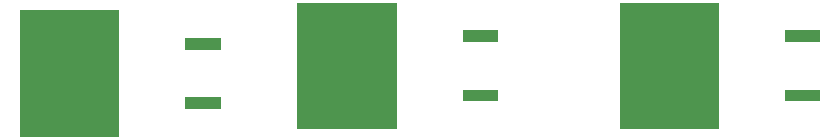
<source format=gtp>
G04 MADE WITH FRITZING*
G04 WWW.FRITZING.ORG*
G04 DOUBLE SIDED*
G04 HOLES PLATED*
G04 CONTOUR ON CENTER OF CONTOUR VECTOR*
%ASAXBY*%
%FSLAX23Y23*%
%MOIN*%
%OFA0B0*%
%SFA1.0B1.0*%
%ADD10R,0.001000X0.001000*%
%LNPASTEMASK1*%
G90*
G70*
G54D10*
X1009Y1085D02*
X1339Y1085D01*
X2084Y1085D02*
X2414Y1085D01*
X1009Y1084D02*
X1339Y1084D01*
X2084Y1084D02*
X2414Y1084D01*
X1009Y1083D02*
X1339Y1083D01*
X2084Y1083D02*
X2414Y1083D01*
X1009Y1082D02*
X1339Y1082D01*
X2084Y1082D02*
X2414Y1082D01*
X1009Y1081D02*
X1339Y1081D01*
X2084Y1081D02*
X2414Y1081D01*
X1009Y1080D02*
X1339Y1080D01*
X2084Y1080D02*
X2414Y1080D01*
X1009Y1079D02*
X1339Y1079D01*
X2084Y1079D02*
X2414Y1079D01*
X1009Y1078D02*
X1339Y1078D01*
X2084Y1078D02*
X2414Y1078D01*
X1009Y1077D02*
X1339Y1077D01*
X2084Y1077D02*
X2414Y1077D01*
X1009Y1076D02*
X1339Y1076D01*
X2084Y1076D02*
X2414Y1076D01*
X1009Y1075D02*
X1339Y1075D01*
X2084Y1075D02*
X2414Y1075D01*
X1009Y1074D02*
X1339Y1074D01*
X2084Y1074D02*
X2414Y1074D01*
X1009Y1073D02*
X1339Y1073D01*
X2084Y1073D02*
X2414Y1073D01*
X1009Y1072D02*
X1339Y1072D01*
X2084Y1072D02*
X2414Y1072D01*
X1009Y1071D02*
X1339Y1071D01*
X2084Y1071D02*
X2414Y1071D01*
X1009Y1070D02*
X1339Y1070D01*
X2084Y1070D02*
X2414Y1070D01*
X1009Y1069D02*
X1339Y1069D01*
X2084Y1069D02*
X2414Y1069D01*
X1009Y1068D02*
X1339Y1068D01*
X2084Y1068D02*
X2414Y1068D01*
X1009Y1067D02*
X1339Y1067D01*
X2084Y1067D02*
X2414Y1067D01*
X1009Y1066D02*
X1339Y1066D01*
X2084Y1066D02*
X2414Y1066D01*
X1009Y1065D02*
X1339Y1065D01*
X2084Y1065D02*
X2414Y1065D01*
X1009Y1064D02*
X1339Y1064D01*
X2084Y1064D02*
X2414Y1064D01*
X1009Y1063D02*
X1339Y1063D01*
X2084Y1063D02*
X2414Y1063D01*
X1009Y1062D02*
X1339Y1062D01*
X2084Y1062D02*
X2414Y1062D01*
X1009Y1061D02*
X1339Y1061D01*
X2084Y1061D02*
X2414Y1061D01*
X85Y1060D02*
X414Y1060D01*
X1009Y1060D02*
X1339Y1060D01*
X2084Y1060D02*
X2414Y1060D01*
X85Y1059D02*
X414Y1059D01*
X1009Y1059D02*
X1339Y1059D01*
X2084Y1059D02*
X2414Y1059D01*
X85Y1058D02*
X414Y1058D01*
X1009Y1058D02*
X1339Y1058D01*
X2084Y1058D02*
X2414Y1058D01*
X85Y1057D02*
X414Y1057D01*
X1009Y1057D02*
X1339Y1057D01*
X2084Y1057D02*
X2414Y1057D01*
X85Y1056D02*
X414Y1056D01*
X1009Y1056D02*
X1339Y1056D01*
X2084Y1056D02*
X2414Y1056D01*
X85Y1055D02*
X414Y1055D01*
X1009Y1055D02*
X1339Y1055D01*
X2084Y1055D02*
X2414Y1055D01*
X85Y1054D02*
X414Y1054D01*
X1009Y1054D02*
X1339Y1054D01*
X2084Y1054D02*
X2414Y1054D01*
X85Y1053D02*
X414Y1053D01*
X1009Y1053D02*
X1339Y1053D01*
X2084Y1053D02*
X2414Y1053D01*
X85Y1052D02*
X414Y1052D01*
X1009Y1052D02*
X1339Y1052D01*
X2084Y1052D02*
X2414Y1052D01*
X85Y1051D02*
X414Y1051D01*
X1009Y1051D02*
X1339Y1051D01*
X2084Y1051D02*
X2414Y1051D01*
X85Y1050D02*
X414Y1050D01*
X1009Y1050D02*
X1339Y1050D01*
X2084Y1050D02*
X2414Y1050D01*
X85Y1049D02*
X414Y1049D01*
X1009Y1049D02*
X1339Y1049D01*
X2084Y1049D02*
X2414Y1049D01*
X85Y1048D02*
X414Y1048D01*
X1009Y1048D02*
X1339Y1048D01*
X2084Y1048D02*
X2414Y1048D01*
X85Y1047D02*
X414Y1047D01*
X1009Y1047D02*
X1339Y1047D01*
X2084Y1047D02*
X2414Y1047D01*
X85Y1046D02*
X414Y1046D01*
X1009Y1046D02*
X1339Y1046D01*
X2084Y1046D02*
X2414Y1046D01*
X85Y1045D02*
X414Y1045D01*
X1009Y1045D02*
X1339Y1045D01*
X2084Y1045D02*
X2414Y1045D01*
X85Y1044D02*
X414Y1044D01*
X1009Y1044D02*
X1339Y1044D01*
X2084Y1044D02*
X2414Y1044D01*
X85Y1043D02*
X414Y1043D01*
X1009Y1043D02*
X1339Y1043D01*
X2084Y1043D02*
X2414Y1043D01*
X85Y1042D02*
X414Y1042D01*
X1009Y1042D02*
X1339Y1042D01*
X2084Y1042D02*
X2414Y1042D01*
X85Y1041D02*
X414Y1041D01*
X1009Y1041D02*
X1339Y1041D01*
X2084Y1041D02*
X2414Y1041D01*
X85Y1040D02*
X414Y1040D01*
X1009Y1040D02*
X1339Y1040D01*
X2084Y1040D02*
X2414Y1040D01*
X85Y1039D02*
X414Y1039D01*
X1009Y1039D02*
X1339Y1039D01*
X2084Y1039D02*
X2414Y1039D01*
X85Y1038D02*
X414Y1038D01*
X1009Y1038D02*
X1339Y1038D01*
X2084Y1038D02*
X2414Y1038D01*
X85Y1037D02*
X414Y1037D01*
X1009Y1037D02*
X1339Y1037D01*
X2084Y1037D02*
X2414Y1037D01*
X85Y1036D02*
X414Y1036D01*
X1009Y1036D02*
X1339Y1036D01*
X2084Y1036D02*
X2414Y1036D01*
X85Y1035D02*
X414Y1035D01*
X1009Y1035D02*
X1339Y1035D01*
X2084Y1035D02*
X2414Y1035D01*
X85Y1034D02*
X414Y1034D01*
X1009Y1034D02*
X1339Y1034D01*
X2084Y1034D02*
X2414Y1034D01*
X85Y1033D02*
X414Y1033D01*
X1009Y1033D02*
X1339Y1033D01*
X2084Y1033D02*
X2414Y1033D01*
X85Y1032D02*
X414Y1032D01*
X1009Y1032D02*
X1339Y1032D01*
X2084Y1032D02*
X2414Y1032D01*
X85Y1031D02*
X414Y1031D01*
X1009Y1031D02*
X1339Y1031D01*
X2084Y1031D02*
X2414Y1031D01*
X85Y1030D02*
X414Y1030D01*
X1009Y1030D02*
X1339Y1030D01*
X2084Y1030D02*
X2414Y1030D01*
X85Y1029D02*
X414Y1029D01*
X1009Y1029D02*
X1339Y1029D01*
X2084Y1029D02*
X2414Y1029D01*
X85Y1028D02*
X414Y1028D01*
X1009Y1028D02*
X1339Y1028D01*
X2084Y1028D02*
X2414Y1028D01*
X85Y1027D02*
X414Y1027D01*
X1009Y1027D02*
X1339Y1027D01*
X2084Y1027D02*
X2414Y1027D01*
X85Y1026D02*
X414Y1026D01*
X1009Y1026D02*
X1339Y1026D01*
X2084Y1026D02*
X2414Y1026D01*
X85Y1025D02*
X414Y1025D01*
X1009Y1025D02*
X1339Y1025D01*
X2084Y1025D02*
X2414Y1025D01*
X85Y1024D02*
X414Y1024D01*
X1009Y1024D02*
X1339Y1024D01*
X2084Y1024D02*
X2414Y1024D01*
X85Y1023D02*
X414Y1023D01*
X1009Y1023D02*
X1339Y1023D01*
X2084Y1023D02*
X2414Y1023D01*
X85Y1022D02*
X414Y1022D01*
X1009Y1022D02*
X1339Y1022D01*
X2084Y1022D02*
X2414Y1022D01*
X85Y1021D02*
X414Y1021D01*
X1009Y1021D02*
X1339Y1021D01*
X2084Y1021D02*
X2414Y1021D01*
X85Y1020D02*
X414Y1020D01*
X1009Y1020D02*
X1339Y1020D01*
X2084Y1020D02*
X2414Y1020D01*
X85Y1019D02*
X414Y1019D01*
X1009Y1019D02*
X1339Y1019D01*
X2084Y1019D02*
X2414Y1019D01*
X85Y1018D02*
X414Y1018D01*
X1009Y1018D02*
X1339Y1018D01*
X2084Y1018D02*
X2414Y1018D01*
X85Y1017D02*
X414Y1017D01*
X1009Y1017D02*
X1339Y1017D01*
X2084Y1017D02*
X2414Y1017D01*
X85Y1016D02*
X414Y1016D01*
X1009Y1016D02*
X1339Y1016D01*
X2084Y1016D02*
X2414Y1016D01*
X85Y1015D02*
X414Y1015D01*
X1009Y1015D02*
X1339Y1015D01*
X2084Y1015D02*
X2414Y1015D01*
X85Y1014D02*
X414Y1014D01*
X1009Y1014D02*
X1339Y1014D01*
X2084Y1014D02*
X2414Y1014D01*
X85Y1013D02*
X414Y1013D01*
X1009Y1013D02*
X1339Y1013D01*
X2084Y1013D02*
X2414Y1013D01*
X85Y1012D02*
X414Y1012D01*
X1009Y1012D02*
X1339Y1012D01*
X2084Y1012D02*
X2414Y1012D01*
X85Y1011D02*
X414Y1011D01*
X1009Y1011D02*
X1339Y1011D01*
X2084Y1011D02*
X2414Y1011D01*
X85Y1010D02*
X414Y1010D01*
X1009Y1010D02*
X1339Y1010D01*
X2084Y1010D02*
X2414Y1010D01*
X85Y1009D02*
X414Y1009D01*
X1009Y1009D02*
X1339Y1009D01*
X2084Y1009D02*
X2414Y1009D01*
X85Y1008D02*
X414Y1008D01*
X1009Y1008D02*
X1339Y1008D01*
X2084Y1008D02*
X2414Y1008D01*
X85Y1007D02*
X414Y1007D01*
X1009Y1007D02*
X1339Y1007D01*
X2084Y1007D02*
X2414Y1007D01*
X85Y1006D02*
X414Y1006D01*
X1009Y1006D02*
X1339Y1006D01*
X2084Y1006D02*
X2414Y1006D01*
X85Y1005D02*
X414Y1005D01*
X1009Y1005D02*
X1339Y1005D01*
X2084Y1005D02*
X2414Y1005D01*
X85Y1004D02*
X414Y1004D01*
X1009Y1004D02*
X1339Y1004D01*
X2084Y1004D02*
X2414Y1004D01*
X85Y1003D02*
X414Y1003D01*
X1009Y1003D02*
X1339Y1003D01*
X2084Y1003D02*
X2414Y1003D01*
X85Y1002D02*
X414Y1002D01*
X1009Y1002D02*
X1339Y1002D01*
X2084Y1002D02*
X2414Y1002D01*
X85Y1001D02*
X414Y1001D01*
X1009Y1001D02*
X1339Y1001D01*
X2084Y1001D02*
X2414Y1001D01*
X85Y1000D02*
X414Y1000D01*
X1009Y1000D02*
X1339Y1000D01*
X2084Y1000D02*
X2414Y1000D01*
X85Y999D02*
X414Y999D01*
X1009Y999D02*
X1339Y999D01*
X2084Y999D02*
X2414Y999D01*
X85Y998D02*
X414Y998D01*
X1009Y998D02*
X1339Y998D01*
X2084Y998D02*
X2414Y998D01*
X85Y997D02*
X414Y997D01*
X1009Y997D02*
X1339Y997D01*
X2084Y997D02*
X2414Y997D01*
X85Y996D02*
X414Y996D01*
X1009Y996D02*
X1339Y996D01*
X2084Y996D02*
X2414Y996D01*
X85Y995D02*
X414Y995D01*
X1009Y995D02*
X1339Y995D01*
X2084Y995D02*
X2414Y995D01*
X85Y994D02*
X414Y994D01*
X1009Y994D02*
X1339Y994D01*
X2084Y994D02*
X2414Y994D01*
X85Y993D02*
X414Y993D01*
X1009Y993D02*
X1339Y993D01*
X1560Y993D02*
X1677Y993D01*
X2084Y993D02*
X2414Y993D01*
X2635Y993D02*
X2752Y993D01*
X85Y992D02*
X414Y992D01*
X1009Y992D02*
X1339Y992D01*
X1560Y992D02*
X1678Y992D01*
X2084Y992D02*
X2414Y992D01*
X2635Y992D02*
X2752Y992D01*
X85Y991D02*
X414Y991D01*
X1009Y991D02*
X1339Y991D01*
X1560Y991D02*
X1678Y991D01*
X2084Y991D02*
X2414Y991D01*
X2635Y991D02*
X2752Y991D01*
X85Y990D02*
X414Y990D01*
X1009Y990D02*
X1339Y990D01*
X1560Y990D02*
X1678Y990D01*
X2084Y990D02*
X2414Y990D01*
X2635Y990D02*
X2752Y990D01*
X85Y989D02*
X414Y989D01*
X1009Y989D02*
X1339Y989D01*
X1560Y989D02*
X1678Y989D01*
X2084Y989D02*
X2414Y989D01*
X2635Y989D02*
X2752Y989D01*
X85Y988D02*
X414Y988D01*
X1009Y988D02*
X1339Y988D01*
X1560Y988D02*
X1678Y988D01*
X2084Y988D02*
X2414Y988D01*
X2635Y988D02*
X2752Y988D01*
X85Y987D02*
X414Y987D01*
X1009Y987D02*
X1339Y987D01*
X1560Y987D02*
X1678Y987D01*
X2084Y987D02*
X2414Y987D01*
X2635Y987D02*
X2752Y987D01*
X85Y986D02*
X414Y986D01*
X1009Y986D02*
X1339Y986D01*
X1560Y986D02*
X1678Y986D01*
X2084Y986D02*
X2414Y986D01*
X2635Y986D02*
X2752Y986D01*
X85Y985D02*
X414Y985D01*
X1009Y985D02*
X1339Y985D01*
X1560Y985D02*
X1678Y985D01*
X2084Y985D02*
X2414Y985D01*
X2635Y985D02*
X2752Y985D01*
X85Y984D02*
X414Y984D01*
X1009Y984D02*
X1339Y984D01*
X1560Y984D02*
X1678Y984D01*
X2084Y984D02*
X2414Y984D01*
X2635Y984D02*
X2752Y984D01*
X85Y983D02*
X414Y983D01*
X1009Y983D02*
X1339Y983D01*
X1560Y983D02*
X1678Y983D01*
X2084Y983D02*
X2414Y983D01*
X2635Y983D02*
X2752Y983D01*
X85Y982D02*
X414Y982D01*
X1009Y982D02*
X1339Y982D01*
X1560Y982D02*
X1678Y982D01*
X2084Y982D02*
X2414Y982D01*
X2635Y982D02*
X2752Y982D01*
X85Y981D02*
X414Y981D01*
X1009Y981D02*
X1339Y981D01*
X1560Y981D02*
X1678Y981D01*
X2084Y981D02*
X2414Y981D01*
X2635Y981D02*
X2752Y981D01*
X85Y980D02*
X414Y980D01*
X1009Y980D02*
X1339Y980D01*
X1560Y980D02*
X1678Y980D01*
X2084Y980D02*
X2414Y980D01*
X2635Y980D02*
X2752Y980D01*
X85Y979D02*
X414Y979D01*
X1009Y979D02*
X1339Y979D01*
X1560Y979D02*
X1678Y979D01*
X2084Y979D02*
X2414Y979D01*
X2635Y979D02*
X2752Y979D01*
X85Y978D02*
X414Y978D01*
X1009Y978D02*
X1339Y978D01*
X1560Y978D02*
X1678Y978D01*
X2084Y978D02*
X2414Y978D01*
X2635Y978D02*
X2752Y978D01*
X85Y977D02*
X414Y977D01*
X1009Y977D02*
X1339Y977D01*
X1560Y977D02*
X1678Y977D01*
X2084Y977D02*
X2414Y977D01*
X2635Y977D02*
X2752Y977D01*
X85Y976D02*
X414Y976D01*
X1009Y976D02*
X1339Y976D01*
X1560Y976D02*
X1678Y976D01*
X2084Y976D02*
X2414Y976D01*
X2635Y976D02*
X2752Y976D01*
X85Y975D02*
X414Y975D01*
X1009Y975D02*
X1339Y975D01*
X1560Y975D02*
X1678Y975D01*
X2084Y975D02*
X2414Y975D01*
X2635Y975D02*
X2752Y975D01*
X85Y974D02*
X414Y974D01*
X1009Y974D02*
X1339Y974D01*
X1560Y974D02*
X1678Y974D01*
X2084Y974D02*
X2414Y974D01*
X2635Y974D02*
X2752Y974D01*
X85Y973D02*
X414Y973D01*
X1009Y973D02*
X1339Y973D01*
X1560Y973D02*
X1678Y973D01*
X2084Y973D02*
X2414Y973D01*
X2635Y973D02*
X2752Y973D01*
X85Y972D02*
X414Y972D01*
X1009Y972D02*
X1339Y972D01*
X1560Y972D02*
X1678Y972D01*
X2084Y972D02*
X2414Y972D01*
X2635Y972D02*
X2752Y972D01*
X85Y971D02*
X414Y971D01*
X1009Y971D02*
X1339Y971D01*
X1560Y971D02*
X1678Y971D01*
X2084Y971D02*
X2414Y971D01*
X2635Y971D02*
X2752Y971D01*
X85Y970D02*
X414Y970D01*
X1009Y970D02*
X1339Y970D01*
X1560Y970D02*
X1678Y970D01*
X2084Y970D02*
X2414Y970D01*
X2635Y970D02*
X2752Y970D01*
X85Y969D02*
X414Y969D01*
X1009Y969D02*
X1339Y969D01*
X1560Y969D02*
X1678Y969D01*
X2084Y969D02*
X2414Y969D01*
X2635Y969D02*
X2752Y969D01*
X85Y968D02*
X414Y968D01*
X636Y968D02*
X753Y968D01*
X1009Y968D02*
X1339Y968D01*
X1560Y968D02*
X1678Y968D01*
X2084Y968D02*
X2414Y968D01*
X2635Y968D02*
X2752Y968D01*
X85Y967D02*
X414Y967D01*
X636Y967D02*
X753Y967D01*
X1009Y967D02*
X1339Y967D01*
X1560Y967D02*
X1678Y967D01*
X2084Y967D02*
X2414Y967D01*
X2635Y967D02*
X2752Y967D01*
X85Y966D02*
X414Y966D01*
X636Y966D02*
X753Y966D01*
X1009Y966D02*
X1339Y966D01*
X1560Y966D02*
X1678Y966D01*
X2084Y966D02*
X2414Y966D01*
X2635Y966D02*
X2752Y966D01*
X85Y965D02*
X414Y965D01*
X636Y965D02*
X753Y965D01*
X1009Y965D02*
X1339Y965D01*
X1560Y965D02*
X1678Y965D01*
X2084Y965D02*
X2414Y965D01*
X2635Y965D02*
X2752Y965D01*
X85Y964D02*
X414Y964D01*
X636Y964D02*
X753Y964D01*
X1009Y964D02*
X1339Y964D01*
X1560Y964D02*
X1678Y964D01*
X2084Y964D02*
X2414Y964D01*
X2635Y964D02*
X2752Y964D01*
X85Y963D02*
X414Y963D01*
X636Y963D02*
X753Y963D01*
X1009Y963D02*
X1339Y963D01*
X1560Y963D02*
X1678Y963D01*
X2084Y963D02*
X2414Y963D01*
X2635Y963D02*
X2752Y963D01*
X85Y962D02*
X414Y962D01*
X636Y962D02*
X753Y962D01*
X1009Y962D02*
X1339Y962D01*
X1560Y962D02*
X1678Y962D01*
X2084Y962D02*
X2414Y962D01*
X2635Y962D02*
X2752Y962D01*
X85Y961D02*
X414Y961D01*
X636Y961D02*
X753Y961D01*
X1009Y961D02*
X1339Y961D01*
X1560Y961D02*
X1678Y961D01*
X2084Y961D02*
X2414Y961D01*
X2635Y961D02*
X2752Y961D01*
X85Y960D02*
X414Y960D01*
X636Y960D02*
X753Y960D01*
X1009Y960D02*
X1339Y960D01*
X1560Y960D02*
X1678Y960D01*
X2084Y960D02*
X2414Y960D01*
X2635Y960D02*
X2752Y960D01*
X85Y959D02*
X414Y959D01*
X636Y959D02*
X753Y959D01*
X1009Y959D02*
X1339Y959D01*
X1560Y959D02*
X1678Y959D01*
X2084Y959D02*
X2414Y959D01*
X2635Y959D02*
X2752Y959D01*
X85Y958D02*
X414Y958D01*
X636Y958D02*
X753Y958D01*
X1009Y958D02*
X1339Y958D01*
X1560Y958D02*
X1678Y958D01*
X2084Y958D02*
X2414Y958D01*
X2635Y958D02*
X2752Y958D01*
X85Y957D02*
X414Y957D01*
X636Y957D02*
X753Y957D01*
X1009Y957D02*
X1339Y957D01*
X1560Y957D02*
X1678Y957D01*
X2084Y957D02*
X2414Y957D01*
X2635Y957D02*
X2752Y957D01*
X85Y956D02*
X414Y956D01*
X636Y956D02*
X753Y956D01*
X1009Y956D02*
X1339Y956D01*
X1560Y956D02*
X1678Y956D01*
X2084Y956D02*
X2414Y956D01*
X2635Y956D02*
X2752Y956D01*
X85Y955D02*
X414Y955D01*
X636Y955D02*
X753Y955D01*
X1009Y955D02*
X1339Y955D01*
X1560Y955D02*
X1678Y955D01*
X2084Y955D02*
X2414Y955D01*
X2635Y955D02*
X2752Y955D01*
X85Y954D02*
X414Y954D01*
X636Y954D02*
X753Y954D01*
X1009Y954D02*
X1339Y954D01*
X2084Y954D02*
X2414Y954D01*
X85Y953D02*
X414Y953D01*
X636Y953D02*
X753Y953D01*
X1009Y953D02*
X1339Y953D01*
X2084Y953D02*
X2414Y953D01*
X85Y952D02*
X414Y952D01*
X636Y952D02*
X753Y952D01*
X1009Y952D02*
X1339Y952D01*
X2084Y952D02*
X2414Y952D01*
X85Y951D02*
X414Y951D01*
X636Y951D02*
X753Y951D01*
X1009Y951D02*
X1339Y951D01*
X2084Y951D02*
X2414Y951D01*
X85Y950D02*
X414Y950D01*
X636Y950D02*
X753Y950D01*
X1009Y950D02*
X1339Y950D01*
X2084Y950D02*
X2414Y950D01*
X85Y949D02*
X414Y949D01*
X636Y949D02*
X753Y949D01*
X1009Y949D02*
X1339Y949D01*
X2084Y949D02*
X2414Y949D01*
X85Y948D02*
X414Y948D01*
X636Y948D02*
X753Y948D01*
X1009Y948D02*
X1339Y948D01*
X2084Y948D02*
X2414Y948D01*
X85Y947D02*
X414Y947D01*
X636Y947D02*
X753Y947D01*
X1009Y947D02*
X1339Y947D01*
X2084Y947D02*
X2414Y947D01*
X85Y946D02*
X414Y946D01*
X636Y946D02*
X753Y946D01*
X1009Y946D02*
X1339Y946D01*
X2084Y946D02*
X2414Y946D01*
X85Y945D02*
X414Y945D01*
X636Y945D02*
X753Y945D01*
X1009Y945D02*
X1339Y945D01*
X2084Y945D02*
X2414Y945D01*
X85Y944D02*
X414Y944D01*
X636Y944D02*
X753Y944D01*
X1009Y944D02*
X1339Y944D01*
X2084Y944D02*
X2414Y944D01*
X85Y943D02*
X414Y943D01*
X636Y943D02*
X753Y943D01*
X1009Y943D02*
X1339Y943D01*
X2084Y943D02*
X2414Y943D01*
X85Y942D02*
X414Y942D01*
X636Y942D02*
X753Y942D01*
X1009Y942D02*
X1339Y942D01*
X2084Y942D02*
X2414Y942D01*
X85Y941D02*
X414Y941D01*
X636Y941D02*
X753Y941D01*
X1009Y941D02*
X1339Y941D01*
X2084Y941D02*
X2414Y941D01*
X85Y940D02*
X414Y940D01*
X636Y940D02*
X753Y940D01*
X1009Y940D02*
X1339Y940D01*
X2084Y940D02*
X2414Y940D01*
X85Y939D02*
X414Y939D01*
X636Y939D02*
X753Y939D01*
X1009Y939D02*
X1339Y939D01*
X2084Y939D02*
X2414Y939D01*
X85Y938D02*
X414Y938D01*
X636Y938D02*
X753Y938D01*
X1009Y938D02*
X1339Y938D01*
X2084Y938D02*
X2414Y938D01*
X85Y937D02*
X414Y937D01*
X636Y937D02*
X753Y937D01*
X1009Y937D02*
X1339Y937D01*
X2084Y937D02*
X2414Y937D01*
X85Y936D02*
X414Y936D01*
X636Y936D02*
X753Y936D01*
X1009Y936D02*
X1339Y936D01*
X2084Y936D02*
X2414Y936D01*
X85Y935D02*
X414Y935D01*
X636Y935D02*
X753Y935D01*
X1009Y935D02*
X1339Y935D01*
X2084Y935D02*
X2414Y935D01*
X85Y934D02*
X414Y934D01*
X636Y934D02*
X753Y934D01*
X1009Y934D02*
X1339Y934D01*
X2084Y934D02*
X2414Y934D01*
X85Y933D02*
X414Y933D01*
X636Y933D02*
X753Y933D01*
X1009Y933D02*
X1339Y933D01*
X2084Y933D02*
X2414Y933D01*
X85Y932D02*
X414Y932D01*
X636Y932D02*
X753Y932D01*
X1009Y932D02*
X1339Y932D01*
X2084Y932D02*
X2414Y932D01*
X85Y931D02*
X414Y931D01*
X636Y931D02*
X753Y931D01*
X1009Y931D02*
X1339Y931D01*
X2084Y931D02*
X2414Y931D01*
X85Y930D02*
X414Y930D01*
X636Y930D02*
X753Y930D01*
X1009Y930D02*
X1339Y930D01*
X2084Y930D02*
X2414Y930D01*
X85Y929D02*
X414Y929D01*
X1009Y929D02*
X1339Y929D01*
X2084Y929D02*
X2414Y929D01*
X85Y928D02*
X414Y928D01*
X1009Y928D02*
X1339Y928D01*
X2084Y928D02*
X2414Y928D01*
X85Y927D02*
X414Y927D01*
X1009Y927D02*
X1339Y927D01*
X2084Y927D02*
X2414Y927D01*
X85Y926D02*
X414Y926D01*
X1009Y926D02*
X1339Y926D01*
X2084Y926D02*
X2414Y926D01*
X85Y925D02*
X414Y925D01*
X1009Y925D02*
X1339Y925D01*
X2084Y925D02*
X2414Y925D01*
X85Y924D02*
X414Y924D01*
X1009Y924D02*
X1339Y924D01*
X2084Y924D02*
X2414Y924D01*
X85Y923D02*
X414Y923D01*
X1009Y923D02*
X1339Y923D01*
X2084Y923D02*
X2414Y923D01*
X85Y922D02*
X414Y922D01*
X1009Y922D02*
X1339Y922D01*
X2084Y922D02*
X2414Y922D01*
X85Y921D02*
X414Y921D01*
X1009Y921D02*
X1339Y921D01*
X2084Y921D02*
X2414Y921D01*
X85Y920D02*
X414Y920D01*
X1009Y920D02*
X1339Y920D01*
X2084Y920D02*
X2414Y920D01*
X85Y919D02*
X414Y919D01*
X1009Y919D02*
X1339Y919D01*
X2084Y919D02*
X2414Y919D01*
X85Y918D02*
X414Y918D01*
X1009Y918D02*
X1339Y918D01*
X2084Y918D02*
X2414Y918D01*
X85Y917D02*
X414Y917D01*
X1009Y917D02*
X1339Y917D01*
X2084Y917D02*
X2414Y917D01*
X85Y916D02*
X414Y916D01*
X1009Y916D02*
X1339Y916D01*
X2084Y916D02*
X2414Y916D01*
X85Y915D02*
X414Y915D01*
X1009Y915D02*
X1339Y915D01*
X2084Y915D02*
X2414Y915D01*
X85Y914D02*
X414Y914D01*
X1009Y914D02*
X1339Y914D01*
X2084Y914D02*
X2414Y914D01*
X85Y913D02*
X414Y913D01*
X1009Y913D02*
X1339Y913D01*
X2084Y913D02*
X2414Y913D01*
X85Y912D02*
X414Y912D01*
X1009Y912D02*
X1339Y912D01*
X2084Y912D02*
X2414Y912D01*
X85Y911D02*
X414Y911D01*
X1009Y911D02*
X1339Y911D01*
X2084Y911D02*
X2414Y911D01*
X85Y910D02*
X414Y910D01*
X1009Y910D02*
X1339Y910D01*
X2084Y910D02*
X2414Y910D01*
X85Y909D02*
X414Y909D01*
X1009Y909D02*
X1339Y909D01*
X2084Y909D02*
X2414Y909D01*
X85Y908D02*
X414Y908D01*
X1009Y908D02*
X1339Y908D01*
X2084Y908D02*
X2414Y908D01*
X85Y907D02*
X414Y907D01*
X1009Y907D02*
X1339Y907D01*
X2084Y907D02*
X2414Y907D01*
X85Y906D02*
X414Y906D01*
X1009Y906D02*
X1339Y906D01*
X2084Y906D02*
X2414Y906D01*
X85Y905D02*
X414Y905D01*
X1009Y905D02*
X1339Y905D01*
X2084Y905D02*
X2414Y905D01*
X85Y904D02*
X414Y904D01*
X1009Y904D02*
X1339Y904D01*
X2084Y904D02*
X2414Y904D01*
X85Y903D02*
X414Y903D01*
X1009Y903D02*
X1339Y903D01*
X2084Y903D02*
X2414Y903D01*
X85Y902D02*
X414Y902D01*
X1009Y902D02*
X1339Y902D01*
X2084Y902D02*
X2414Y902D01*
X85Y901D02*
X414Y901D01*
X1009Y901D02*
X1339Y901D01*
X2084Y901D02*
X2414Y901D01*
X85Y900D02*
X414Y900D01*
X1009Y900D02*
X1339Y900D01*
X2084Y900D02*
X2414Y900D01*
X85Y899D02*
X414Y899D01*
X1009Y899D02*
X1339Y899D01*
X2084Y899D02*
X2414Y899D01*
X85Y898D02*
X414Y898D01*
X1009Y898D02*
X1339Y898D01*
X2084Y898D02*
X2414Y898D01*
X85Y897D02*
X414Y897D01*
X1009Y897D02*
X1339Y897D01*
X2084Y897D02*
X2414Y897D01*
X85Y896D02*
X414Y896D01*
X1009Y896D02*
X1339Y896D01*
X2084Y896D02*
X2414Y896D01*
X85Y895D02*
X414Y895D01*
X1009Y895D02*
X1339Y895D01*
X2084Y895D02*
X2414Y895D01*
X85Y894D02*
X414Y894D01*
X1009Y894D02*
X1339Y894D01*
X2084Y894D02*
X2414Y894D01*
X85Y893D02*
X414Y893D01*
X1009Y893D02*
X1339Y893D01*
X2084Y893D02*
X2414Y893D01*
X85Y892D02*
X414Y892D01*
X1009Y892D02*
X1339Y892D01*
X2084Y892D02*
X2414Y892D01*
X85Y891D02*
X414Y891D01*
X1009Y891D02*
X1339Y891D01*
X2084Y891D02*
X2414Y891D01*
X85Y890D02*
X414Y890D01*
X1009Y890D02*
X1339Y890D01*
X2084Y890D02*
X2414Y890D01*
X85Y889D02*
X414Y889D01*
X1009Y889D02*
X1339Y889D01*
X2084Y889D02*
X2414Y889D01*
X85Y888D02*
X414Y888D01*
X1009Y888D02*
X1339Y888D01*
X2084Y888D02*
X2414Y888D01*
X85Y887D02*
X414Y887D01*
X1009Y887D02*
X1339Y887D01*
X2084Y887D02*
X2414Y887D01*
X85Y886D02*
X414Y886D01*
X1009Y886D02*
X1339Y886D01*
X2084Y886D02*
X2414Y886D01*
X85Y885D02*
X414Y885D01*
X1009Y885D02*
X1339Y885D01*
X2084Y885D02*
X2414Y885D01*
X85Y884D02*
X414Y884D01*
X1009Y884D02*
X1339Y884D01*
X2084Y884D02*
X2414Y884D01*
X85Y883D02*
X414Y883D01*
X1009Y883D02*
X1339Y883D01*
X2084Y883D02*
X2414Y883D01*
X85Y882D02*
X414Y882D01*
X1009Y882D02*
X1339Y882D01*
X2084Y882D02*
X2414Y882D01*
X85Y881D02*
X414Y881D01*
X1009Y881D02*
X1339Y881D01*
X2084Y881D02*
X2414Y881D01*
X85Y880D02*
X414Y880D01*
X1009Y880D02*
X1339Y880D01*
X2084Y880D02*
X2414Y880D01*
X85Y879D02*
X414Y879D01*
X1009Y879D02*
X1339Y879D01*
X2084Y879D02*
X2414Y879D01*
X85Y878D02*
X414Y878D01*
X1009Y878D02*
X1339Y878D01*
X2084Y878D02*
X2414Y878D01*
X85Y877D02*
X414Y877D01*
X1009Y877D02*
X1339Y877D01*
X2084Y877D02*
X2414Y877D01*
X85Y876D02*
X414Y876D01*
X1009Y876D02*
X1339Y876D01*
X2084Y876D02*
X2414Y876D01*
X85Y875D02*
X414Y875D01*
X1009Y875D02*
X1339Y875D01*
X2084Y875D02*
X2414Y875D01*
X85Y874D02*
X414Y874D01*
X1009Y874D02*
X1339Y874D01*
X2084Y874D02*
X2414Y874D01*
X85Y873D02*
X414Y873D01*
X1009Y873D02*
X1339Y873D01*
X2084Y873D02*
X2414Y873D01*
X85Y872D02*
X414Y872D01*
X1009Y872D02*
X1339Y872D01*
X2084Y872D02*
X2414Y872D01*
X85Y871D02*
X414Y871D01*
X1009Y871D02*
X1339Y871D01*
X2084Y871D02*
X2414Y871D01*
X85Y870D02*
X414Y870D01*
X1009Y870D02*
X1339Y870D01*
X2084Y870D02*
X2414Y870D01*
X85Y869D02*
X414Y869D01*
X1009Y869D02*
X1339Y869D01*
X2084Y869D02*
X2414Y869D01*
X85Y868D02*
X414Y868D01*
X1009Y868D02*
X1339Y868D01*
X2084Y868D02*
X2414Y868D01*
X85Y867D02*
X414Y867D01*
X1009Y867D02*
X1339Y867D01*
X2084Y867D02*
X2414Y867D01*
X85Y866D02*
X414Y866D01*
X1009Y866D02*
X1339Y866D01*
X2084Y866D02*
X2414Y866D01*
X85Y865D02*
X414Y865D01*
X1009Y865D02*
X1339Y865D01*
X2084Y865D02*
X2414Y865D01*
X85Y864D02*
X414Y864D01*
X1009Y864D02*
X1339Y864D01*
X2084Y864D02*
X2414Y864D01*
X85Y863D02*
X414Y863D01*
X1009Y863D02*
X1339Y863D01*
X2084Y863D02*
X2414Y863D01*
X85Y862D02*
X414Y862D01*
X1009Y862D02*
X1339Y862D01*
X2084Y862D02*
X2414Y862D01*
X85Y861D02*
X414Y861D01*
X1009Y861D02*
X1339Y861D01*
X2084Y861D02*
X2414Y861D01*
X85Y860D02*
X414Y860D01*
X1009Y860D02*
X1339Y860D01*
X2084Y860D02*
X2414Y860D01*
X85Y859D02*
X414Y859D01*
X1009Y859D02*
X1339Y859D01*
X2084Y859D02*
X2414Y859D01*
X85Y858D02*
X414Y858D01*
X1009Y858D02*
X1339Y858D01*
X2084Y858D02*
X2414Y858D01*
X85Y857D02*
X414Y857D01*
X1009Y857D02*
X1339Y857D01*
X2084Y857D02*
X2414Y857D01*
X85Y856D02*
X414Y856D01*
X1009Y856D02*
X1339Y856D01*
X2084Y856D02*
X2414Y856D01*
X85Y855D02*
X414Y855D01*
X1009Y855D02*
X1339Y855D01*
X2084Y855D02*
X2414Y855D01*
X85Y854D02*
X414Y854D01*
X1009Y854D02*
X1339Y854D01*
X2084Y854D02*
X2414Y854D01*
X85Y853D02*
X414Y853D01*
X1009Y853D02*
X1339Y853D01*
X2084Y853D02*
X2414Y853D01*
X85Y852D02*
X414Y852D01*
X1009Y852D02*
X1339Y852D01*
X2084Y852D02*
X2414Y852D01*
X85Y851D02*
X414Y851D01*
X1009Y851D02*
X1339Y851D01*
X2084Y851D02*
X2414Y851D01*
X85Y850D02*
X414Y850D01*
X1009Y850D02*
X1339Y850D01*
X2084Y850D02*
X2414Y850D01*
X85Y849D02*
X414Y849D01*
X1009Y849D02*
X1339Y849D01*
X2084Y849D02*
X2414Y849D01*
X85Y848D02*
X414Y848D01*
X1009Y848D02*
X1339Y848D01*
X2084Y848D02*
X2414Y848D01*
X85Y847D02*
X414Y847D01*
X1009Y847D02*
X1339Y847D01*
X2084Y847D02*
X2414Y847D01*
X85Y846D02*
X414Y846D01*
X1009Y846D02*
X1339Y846D01*
X2084Y846D02*
X2414Y846D01*
X85Y845D02*
X414Y845D01*
X1009Y845D02*
X1339Y845D01*
X2084Y845D02*
X2414Y845D01*
X85Y844D02*
X414Y844D01*
X1009Y844D02*
X1339Y844D01*
X2084Y844D02*
X2414Y844D01*
X85Y843D02*
X414Y843D01*
X1009Y843D02*
X1339Y843D01*
X2084Y843D02*
X2414Y843D01*
X85Y842D02*
X414Y842D01*
X1009Y842D02*
X1339Y842D01*
X2084Y842D02*
X2414Y842D01*
X85Y841D02*
X414Y841D01*
X1009Y841D02*
X1339Y841D01*
X2084Y841D02*
X2414Y841D01*
X85Y840D02*
X414Y840D01*
X1009Y840D02*
X1339Y840D01*
X2084Y840D02*
X2414Y840D01*
X85Y839D02*
X414Y839D01*
X1009Y839D02*
X1339Y839D01*
X2084Y839D02*
X2414Y839D01*
X85Y838D02*
X414Y838D01*
X1009Y838D02*
X1339Y838D01*
X2084Y838D02*
X2414Y838D01*
X85Y837D02*
X414Y837D01*
X1009Y837D02*
X1339Y837D01*
X2084Y837D02*
X2414Y837D01*
X85Y836D02*
X414Y836D01*
X1009Y836D02*
X1339Y836D01*
X2084Y836D02*
X2414Y836D01*
X85Y835D02*
X414Y835D01*
X1009Y835D02*
X1339Y835D01*
X2084Y835D02*
X2414Y835D01*
X85Y834D02*
X414Y834D01*
X1009Y834D02*
X1339Y834D01*
X2084Y834D02*
X2414Y834D01*
X85Y833D02*
X414Y833D01*
X1009Y833D02*
X1339Y833D01*
X2084Y833D02*
X2414Y833D01*
X85Y832D02*
X414Y832D01*
X1009Y832D02*
X1339Y832D01*
X2084Y832D02*
X2414Y832D01*
X85Y831D02*
X414Y831D01*
X1009Y831D02*
X1339Y831D01*
X2084Y831D02*
X2414Y831D01*
X85Y830D02*
X414Y830D01*
X1009Y830D02*
X1339Y830D01*
X2084Y830D02*
X2414Y830D01*
X85Y829D02*
X414Y829D01*
X1009Y829D02*
X1339Y829D01*
X2084Y829D02*
X2414Y829D01*
X85Y828D02*
X414Y828D01*
X1009Y828D02*
X1339Y828D01*
X2084Y828D02*
X2414Y828D01*
X85Y827D02*
X414Y827D01*
X1009Y827D02*
X1339Y827D01*
X2084Y827D02*
X2414Y827D01*
X85Y826D02*
X414Y826D01*
X1009Y826D02*
X1339Y826D01*
X2084Y826D02*
X2414Y826D01*
X85Y825D02*
X414Y825D01*
X1009Y825D02*
X1339Y825D01*
X2084Y825D02*
X2414Y825D01*
X85Y824D02*
X414Y824D01*
X1009Y824D02*
X1339Y824D01*
X2084Y824D02*
X2414Y824D01*
X85Y823D02*
X414Y823D01*
X1009Y823D02*
X1339Y823D01*
X2084Y823D02*
X2414Y823D01*
X85Y822D02*
X414Y822D01*
X1009Y822D02*
X1339Y822D01*
X2084Y822D02*
X2414Y822D01*
X85Y821D02*
X414Y821D01*
X1009Y821D02*
X1339Y821D01*
X2084Y821D02*
X2414Y821D01*
X85Y820D02*
X414Y820D01*
X1009Y820D02*
X1339Y820D01*
X2084Y820D02*
X2414Y820D01*
X85Y819D02*
X414Y819D01*
X1009Y819D02*
X1339Y819D01*
X2084Y819D02*
X2414Y819D01*
X85Y818D02*
X414Y818D01*
X1009Y818D02*
X1339Y818D01*
X2084Y818D02*
X2414Y818D01*
X85Y817D02*
X414Y817D01*
X1009Y817D02*
X1339Y817D01*
X2084Y817D02*
X2414Y817D01*
X85Y816D02*
X414Y816D01*
X1009Y816D02*
X1339Y816D01*
X2084Y816D02*
X2414Y816D01*
X85Y815D02*
X414Y815D01*
X1009Y815D02*
X1339Y815D01*
X2084Y815D02*
X2414Y815D01*
X85Y814D02*
X414Y814D01*
X1009Y814D02*
X1339Y814D01*
X2084Y814D02*
X2414Y814D01*
X85Y813D02*
X414Y813D01*
X1009Y813D02*
X1339Y813D01*
X2084Y813D02*
X2414Y813D01*
X85Y812D02*
X414Y812D01*
X1009Y812D02*
X1339Y812D01*
X2084Y812D02*
X2414Y812D01*
X85Y811D02*
X414Y811D01*
X1009Y811D02*
X1339Y811D01*
X2084Y811D02*
X2414Y811D01*
X85Y810D02*
X414Y810D01*
X1009Y810D02*
X1339Y810D01*
X2084Y810D02*
X2414Y810D01*
X85Y809D02*
X414Y809D01*
X1009Y809D02*
X1339Y809D01*
X2084Y809D02*
X2414Y809D01*
X85Y808D02*
X414Y808D01*
X1009Y808D02*
X1339Y808D01*
X2084Y808D02*
X2414Y808D01*
X85Y807D02*
X414Y807D01*
X1009Y807D02*
X1339Y807D01*
X2084Y807D02*
X2414Y807D01*
X85Y806D02*
X414Y806D01*
X1009Y806D02*
X1339Y806D01*
X2084Y806D02*
X2414Y806D01*
X85Y805D02*
X414Y805D01*
X1009Y805D02*
X1339Y805D01*
X2084Y805D02*
X2414Y805D01*
X85Y804D02*
X414Y804D01*
X1009Y804D02*
X1339Y804D01*
X2084Y804D02*
X2414Y804D01*
X85Y803D02*
X414Y803D01*
X1009Y803D02*
X1339Y803D01*
X2084Y803D02*
X2414Y803D01*
X85Y802D02*
X414Y802D01*
X1009Y802D02*
X1339Y802D01*
X2084Y802D02*
X2414Y802D01*
X85Y801D02*
X414Y801D01*
X1009Y801D02*
X1339Y801D01*
X2084Y801D02*
X2414Y801D01*
X85Y800D02*
X414Y800D01*
X1009Y800D02*
X1339Y800D01*
X2084Y800D02*
X2414Y800D01*
X85Y799D02*
X414Y799D01*
X1009Y799D02*
X1339Y799D01*
X2084Y799D02*
X2414Y799D01*
X85Y798D02*
X414Y798D01*
X1009Y798D02*
X1339Y798D01*
X2084Y798D02*
X2414Y798D01*
X85Y797D02*
X414Y797D01*
X1009Y797D02*
X1339Y797D01*
X2084Y797D02*
X2414Y797D01*
X85Y796D02*
X414Y796D01*
X1009Y796D02*
X1339Y796D01*
X1560Y796D02*
X1678Y796D01*
X2084Y796D02*
X2414Y796D01*
X2635Y796D02*
X2752Y796D01*
X85Y795D02*
X414Y795D01*
X1009Y795D02*
X1339Y795D01*
X1560Y795D02*
X1678Y795D01*
X2084Y795D02*
X2414Y795D01*
X2635Y795D02*
X2752Y795D01*
X85Y794D02*
X414Y794D01*
X1009Y794D02*
X1339Y794D01*
X1560Y794D02*
X1678Y794D01*
X2084Y794D02*
X2414Y794D01*
X2635Y794D02*
X2752Y794D01*
X85Y793D02*
X414Y793D01*
X1009Y793D02*
X1339Y793D01*
X1560Y793D02*
X1678Y793D01*
X2084Y793D02*
X2414Y793D01*
X2635Y793D02*
X2752Y793D01*
X85Y792D02*
X414Y792D01*
X1009Y792D02*
X1339Y792D01*
X1560Y792D02*
X1678Y792D01*
X2084Y792D02*
X2414Y792D01*
X2635Y792D02*
X2752Y792D01*
X85Y791D02*
X414Y791D01*
X1009Y791D02*
X1339Y791D01*
X1560Y791D02*
X1678Y791D01*
X2084Y791D02*
X2414Y791D01*
X2635Y791D02*
X2752Y791D01*
X85Y790D02*
X414Y790D01*
X1009Y790D02*
X1339Y790D01*
X1560Y790D02*
X1678Y790D01*
X2084Y790D02*
X2414Y790D01*
X2635Y790D02*
X2752Y790D01*
X85Y789D02*
X414Y789D01*
X1009Y789D02*
X1339Y789D01*
X1560Y789D02*
X1678Y789D01*
X2084Y789D02*
X2414Y789D01*
X2635Y789D02*
X2752Y789D01*
X85Y788D02*
X414Y788D01*
X1009Y788D02*
X1339Y788D01*
X1560Y788D02*
X1678Y788D01*
X2084Y788D02*
X2414Y788D01*
X2635Y788D02*
X2752Y788D01*
X85Y787D02*
X414Y787D01*
X1009Y787D02*
X1339Y787D01*
X1560Y787D02*
X1678Y787D01*
X2084Y787D02*
X2414Y787D01*
X2635Y787D02*
X2752Y787D01*
X85Y786D02*
X414Y786D01*
X1009Y786D02*
X1339Y786D01*
X1560Y786D02*
X1678Y786D01*
X2084Y786D02*
X2414Y786D01*
X2635Y786D02*
X2752Y786D01*
X85Y785D02*
X414Y785D01*
X1009Y785D02*
X1339Y785D01*
X1560Y785D02*
X1678Y785D01*
X2084Y785D02*
X2414Y785D01*
X2635Y785D02*
X2752Y785D01*
X85Y784D02*
X414Y784D01*
X1009Y784D02*
X1339Y784D01*
X1560Y784D02*
X1678Y784D01*
X2084Y784D02*
X2414Y784D01*
X2635Y784D02*
X2752Y784D01*
X85Y783D02*
X414Y783D01*
X1009Y783D02*
X1339Y783D01*
X1560Y783D02*
X1678Y783D01*
X2084Y783D02*
X2414Y783D01*
X2635Y783D02*
X2752Y783D01*
X85Y782D02*
X414Y782D01*
X1009Y782D02*
X1339Y782D01*
X1560Y782D02*
X1678Y782D01*
X2084Y782D02*
X2414Y782D01*
X2635Y782D02*
X2752Y782D01*
X85Y781D02*
X414Y781D01*
X1009Y781D02*
X1339Y781D01*
X1560Y781D02*
X1678Y781D01*
X2084Y781D02*
X2414Y781D01*
X2635Y781D02*
X2752Y781D01*
X85Y780D02*
X414Y780D01*
X1009Y780D02*
X1339Y780D01*
X1560Y780D02*
X1678Y780D01*
X2084Y780D02*
X2414Y780D01*
X2635Y780D02*
X2752Y780D01*
X85Y779D02*
X414Y779D01*
X1009Y779D02*
X1339Y779D01*
X1560Y779D02*
X1678Y779D01*
X2084Y779D02*
X2414Y779D01*
X2635Y779D02*
X2752Y779D01*
X85Y778D02*
X414Y778D01*
X1009Y778D02*
X1339Y778D01*
X1560Y778D02*
X1678Y778D01*
X2084Y778D02*
X2414Y778D01*
X2635Y778D02*
X2752Y778D01*
X85Y777D02*
X414Y777D01*
X1009Y777D02*
X1339Y777D01*
X1560Y777D02*
X1678Y777D01*
X2084Y777D02*
X2414Y777D01*
X2635Y777D02*
X2752Y777D01*
X85Y776D02*
X414Y776D01*
X1009Y776D02*
X1339Y776D01*
X1560Y776D02*
X1678Y776D01*
X2084Y776D02*
X2414Y776D01*
X2635Y776D02*
X2752Y776D01*
X85Y775D02*
X414Y775D01*
X1009Y775D02*
X1339Y775D01*
X1560Y775D02*
X1678Y775D01*
X2084Y775D02*
X2414Y775D01*
X2635Y775D02*
X2752Y775D01*
X85Y774D02*
X414Y774D01*
X1009Y774D02*
X1339Y774D01*
X1560Y774D02*
X1678Y774D01*
X2084Y774D02*
X2414Y774D01*
X2635Y774D02*
X2752Y774D01*
X85Y773D02*
X414Y773D01*
X1009Y773D02*
X1339Y773D01*
X1560Y773D02*
X1678Y773D01*
X2084Y773D02*
X2414Y773D01*
X2635Y773D02*
X2752Y773D01*
X85Y772D02*
X414Y772D01*
X1009Y772D02*
X1339Y772D01*
X1560Y772D02*
X1678Y772D01*
X2084Y772D02*
X2414Y772D01*
X2635Y772D02*
X2752Y772D01*
X85Y771D02*
X414Y771D01*
X636Y771D02*
X753Y771D01*
X1009Y771D02*
X1339Y771D01*
X1560Y771D02*
X1678Y771D01*
X2084Y771D02*
X2414Y771D01*
X2635Y771D02*
X2752Y771D01*
X85Y770D02*
X414Y770D01*
X636Y770D02*
X753Y770D01*
X1009Y770D02*
X1339Y770D01*
X1560Y770D02*
X1678Y770D01*
X2084Y770D02*
X2414Y770D01*
X2635Y770D02*
X2752Y770D01*
X85Y769D02*
X414Y769D01*
X636Y769D02*
X753Y769D01*
X1009Y769D02*
X1339Y769D01*
X1560Y769D02*
X1678Y769D01*
X2084Y769D02*
X2414Y769D01*
X2635Y769D02*
X2752Y769D01*
X85Y768D02*
X414Y768D01*
X636Y768D02*
X753Y768D01*
X1009Y768D02*
X1339Y768D01*
X1560Y768D02*
X1678Y768D01*
X2084Y768D02*
X2414Y768D01*
X2635Y768D02*
X2752Y768D01*
X85Y767D02*
X414Y767D01*
X636Y767D02*
X753Y767D01*
X1009Y767D02*
X1339Y767D01*
X1560Y767D02*
X1678Y767D01*
X2084Y767D02*
X2414Y767D01*
X2635Y767D02*
X2752Y767D01*
X85Y766D02*
X414Y766D01*
X636Y766D02*
X753Y766D01*
X1009Y766D02*
X1339Y766D01*
X1560Y766D02*
X1678Y766D01*
X2084Y766D02*
X2414Y766D01*
X2635Y766D02*
X2752Y766D01*
X85Y765D02*
X414Y765D01*
X636Y765D02*
X753Y765D01*
X1009Y765D02*
X1339Y765D01*
X1560Y765D02*
X1678Y765D01*
X2084Y765D02*
X2414Y765D01*
X2635Y765D02*
X2752Y765D01*
X85Y764D02*
X414Y764D01*
X636Y764D02*
X753Y764D01*
X1009Y764D02*
X1339Y764D01*
X1560Y764D02*
X1678Y764D01*
X2084Y764D02*
X2414Y764D01*
X2635Y764D02*
X2752Y764D01*
X85Y763D02*
X414Y763D01*
X636Y763D02*
X753Y763D01*
X1009Y763D02*
X1339Y763D01*
X1560Y763D02*
X1678Y763D01*
X2084Y763D02*
X2414Y763D01*
X2635Y763D02*
X2752Y763D01*
X85Y762D02*
X414Y762D01*
X636Y762D02*
X753Y762D01*
X1009Y762D02*
X1339Y762D01*
X1560Y762D02*
X1678Y762D01*
X2084Y762D02*
X2414Y762D01*
X2635Y762D02*
X2752Y762D01*
X85Y761D02*
X414Y761D01*
X636Y761D02*
X753Y761D01*
X1009Y761D02*
X1339Y761D01*
X1560Y761D02*
X1678Y761D01*
X2084Y761D02*
X2414Y761D01*
X2635Y761D02*
X2752Y761D01*
X85Y760D02*
X414Y760D01*
X636Y760D02*
X753Y760D01*
X1009Y760D02*
X1339Y760D01*
X1560Y760D02*
X1678Y760D01*
X2084Y760D02*
X2414Y760D01*
X2635Y760D02*
X2752Y760D01*
X85Y759D02*
X414Y759D01*
X636Y759D02*
X753Y759D01*
X1009Y759D02*
X1339Y759D01*
X1560Y759D02*
X1678Y759D01*
X2084Y759D02*
X2414Y759D01*
X2635Y759D02*
X2752Y759D01*
X85Y758D02*
X414Y758D01*
X636Y758D02*
X753Y758D01*
X1009Y758D02*
X1339Y758D01*
X1560Y758D02*
X1678Y758D01*
X2084Y758D02*
X2414Y758D01*
X2635Y758D02*
X2752Y758D01*
X85Y757D02*
X414Y757D01*
X636Y757D02*
X753Y757D01*
X1009Y757D02*
X1339Y757D01*
X2084Y757D02*
X2414Y757D01*
X85Y756D02*
X414Y756D01*
X636Y756D02*
X753Y756D01*
X1009Y756D02*
X1339Y756D01*
X2084Y756D02*
X2414Y756D01*
X85Y755D02*
X414Y755D01*
X636Y755D02*
X753Y755D01*
X1009Y755D02*
X1339Y755D01*
X2084Y755D02*
X2414Y755D01*
X85Y754D02*
X414Y754D01*
X636Y754D02*
X753Y754D01*
X1009Y754D02*
X1339Y754D01*
X2084Y754D02*
X2414Y754D01*
X85Y753D02*
X414Y753D01*
X636Y753D02*
X753Y753D01*
X1009Y753D02*
X1339Y753D01*
X2084Y753D02*
X2414Y753D01*
X85Y752D02*
X414Y752D01*
X636Y752D02*
X753Y752D01*
X1009Y752D02*
X1339Y752D01*
X2084Y752D02*
X2414Y752D01*
X85Y751D02*
X414Y751D01*
X636Y751D02*
X753Y751D01*
X1009Y751D02*
X1339Y751D01*
X2084Y751D02*
X2414Y751D01*
X85Y750D02*
X414Y750D01*
X636Y750D02*
X753Y750D01*
X1009Y750D02*
X1339Y750D01*
X2084Y750D02*
X2414Y750D01*
X85Y749D02*
X414Y749D01*
X636Y749D02*
X753Y749D01*
X1009Y749D02*
X1339Y749D01*
X2084Y749D02*
X2414Y749D01*
X85Y748D02*
X414Y748D01*
X636Y748D02*
X753Y748D01*
X1009Y748D02*
X1339Y748D01*
X2084Y748D02*
X2414Y748D01*
X85Y747D02*
X414Y747D01*
X636Y747D02*
X753Y747D01*
X1009Y747D02*
X1339Y747D01*
X2084Y747D02*
X2414Y747D01*
X85Y746D02*
X414Y746D01*
X636Y746D02*
X753Y746D01*
X1009Y746D02*
X1339Y746D01*
X2084Y746D02*
X2414Y746D01*
X85Y745D02*
X414Y745D01*
X636Y745D02*
X753Y745D01*
X1009Y745D02*
X1339Y745D01*
X2084Y745D02*
X2414Y745D01*
X85Y744D02*
X414Y744D01*
X636Y744D02*
X753Y744D01*
X1009Y744D02*
X1339Y744D01*
X2084Y744D02*
X2414Y744D01*
X85Y743D02*
X414Y743D01*
X636Y743D02*
X753Y743D01*
X1009Y743D02*
X1339Y743D01*
X2084Y743D02*
X2414Y743D01*
X85Y742D02*
X414Y742D01*
X636Y742D02*
X753Y742D01*
X1009Y742D02*
X1339Y742D01*
X2084Y742D02*
X2414Y742D01*
X85Y741D02*
X414Y741D01*
X636Y741D02*
X753Y741D01*
X1009Y741D02*
X1339Y741D01*
X2084Y741D02*
X2414Y741D01*
X85Y740D02*
X414Y740D01*
X636Y740D02*
X753Y740D01*
X1009Y740D02*
X1339Y740D01*
X2084Y740D02*
X2414Y740D01*
X85Y739D02*
X414Y739D01*
X636Y739D02*
X753Y739D01*
X1009Y739D02*
X1339Y739D01*
X2084Y739D02*
X2414Y739D01*
X85Y738D02*
X414Y738D01*
X636Y738D02*
X753Y738D01*
X1009Y738D02*
X1339Y738D01*
X2084Y738D02*
X2414Y738D01*
X85Y737D02*
X414Y737D01*
X636Y737D02*
X753Y737D01*
X1009Y737D02*
X1339Y737D01*
X2084Y737D02*
X2414Y737D01*
X85Y736D02*
X414Y736D01*
X636Y736D02*
X753Y736D01*
X1009Y736D02*
X1339Y736D01*
X2084Y736D02*
X2414Y736D01*
X85Y735D02*
X414Y735D01*
X636Y735D02*
X753Y735D01*
X1009Y735D02*
X1339Y735D01*
X2084Y735D02*
X2414Y735D01*
X85Y734D02*
X414Y734D01*
X636Y734D02*
X753Y734D01*
X1009Y734D02*
X1339Y734D01*
X2084Y734D02*
X2414Y734D01*
X85Y733D02*
X414Y733D01*
X636Y733D02*
X753Y733D01*
X1009Y733D02*
X1339Y733D01*
X2084Y733D02*
X2414Y733D01*
X85Y732D02*
X414Y732D01*
X1009Y732D02*
X1339Y732D01*
X2084Y732D02*
X2414Y732D01*
X85Y731D02*
X414Y731D01*
X1009Y731D02*
X1339Y731D01*
X2084Y731D02*
X2414Y731D01*
X85Y730D02*
X414Y730D01*
X1009Y730D02*
X1339Y730D01*
X2084Y730D02*
X2414Y730D01*
X85Y729D02*
X414Y729D01*
X1009Y729D02*
X1339Y729D01*
X2084Y729D02*
X2414Y729D01*
X85Y728D02*
X414Y728D01*
X1009Y728D02*
X1339Y728D01*
X2084Y728D02*
X2414Y728D01*
X85Y727D02*
X414Y727D01*
X1009Y727D02*
X1339Y727D01*
X2084Y727D02*
X2414Y727D01*
X85Y726D02*
X414Y726D01*
X1009Y726D02*
X1339Y726D01*
X2084Y726D02*
X2414Y726D01*
X85Y725D02*
X414Y725D01*
X1009Y725D02*
X1339Y725D01*
X2084Y725D02*
X2414Y725D01*
X85Y724D02*
X414Y724D01*
X1009Y724D02*
X1339Y724D01*
X2084Y724D02*
X2414Y724D01*
X85Y723D02*
X414Y723D01*
X1009Y723D02*
X1339Y723D01*
X2084Y723D02*
X2414Y723D01*
X85Y722D02*
X414Y722D01*
X1009Y722D02*
X1339Y722D01*
X2084Y722D02*
X2414Y722D01*
X85Y721D02*
X414Y721D01*
X1009Y721D02*
X1339Y721D01*
X2084Y721D02*
X2414Y721D01*
X85Y720D02*
X414Y720D01*
X1009Y720D02*
X1339Y720D01*
X2084Y720D02*
X2414Y720D01*
X85Y719D02*
X414Y719D01*
X1009Y719D02*
X1339Y719D01*
X2084Y719D02*
X2414Y719D01*
X85Y718D02*
X414Y718D01*
X1009Y718D02*
X1339Y718D01*
X2084Y718D02*
X2414Y718D01*
X85Y717D02*
X414Y717D01*
X1009Y717D02*
X1339Y717D01*
X2084Y717D02*
X2414Y717D01*
X85Y716D02*
X414Y716D01*
X1009Y716D02*
X1339Y716D01*
X2084Y716D02*
X2414Y716D01*
X85Y715D02*
X414Y715D01*
X1009Y715D02*
X1339Y715D01*
X2084Y715D02*
X2414Y715D01*
X85Y714D02*
X414Y714D01*
X1009Y714D02*
X1339Y714D01*
X2084Y714D02*
X2414Y714D01*
X85Y713D02*
X414Y713D01*
X1009Y713D02*
X1339Y713D01*
X2084Y713D02*
X2414Y713D01*
X85Y712D02*
X414Y712D01*
X1009Y712D02*
X1339Y712D01*
X2084Y712D02*
X2414Y712D01*
X85Y711D02*
X414Y711D01*
X1009Y711D02*
X1339Y711D01*
X2084Y711D02*
X2414Y711D01*
X85Y710D02*
X414Y710D01*
X1009Y710D02*
X1339Y710D01*
X2084Y710D02*
X2414Y710D01*
X85Y709D02*
X414Y709D01*
X1009Y709D02*
X1339Y709D01*
X2084Y709D02*
X2414Y709D01*
X85Y708D02*
X414Y708D01*
X1009Y708D02*
X1339Y708D01*
X2084Y708D02*
X2414Y708D01*
X85Y707D02*
X414Y707D01*
X1009Y707D02*
X1339Y707D01*
X2084Y707D02*
X2414Y707D01*
X85Y706D02*
X414Y706D01*
X1009Y706D02*
X1339Y706D01*
X2084Y706D02*
X2414Y706D01*
X85Y705D02*
X414Y705D01*
X1009Y705D02*
X1339Y705D01*
X2084Y705D02*
X2414Y705D01*
X85Y704D02*
X414Y704D01*
X1009Y704D02*
X1339Y704D01*
X2084Y704D02*
X2414Y704D01*
X85Y703D02*
X414Y703D01*
X1009Y703D02*
X1339Y703D01*
X2084Y703D02*
X2414Y703D01*
X85Y702D02*
X414Y702D01*
X1009Y702D02*
X1339Y702D01*
X2084Y702D02*
X2414Y702D01*
X85Y701D02*
X414Y701D01*
X1009Y701D02*
X1339Y701D01*
X2084Y701D02*
X2414Y701D01*
X85Y700D02*
X414Y700D01*
X1009Y700D02*
X1339Y700D01*
X2084Y700D02*
X2414Y700D01*
X85Y699D02*
X414Y699D01*
X1009Y699D02*
X1339Y699D01*
X2084Y699D02*
X2414Y699D01*
X85Y698D02*
X414Y698D01*
X1009Y698D02*
X1339Y698D01*
X2084Y698D02*
X2414Y698D01*
X85Y697D02*
X414Y697D01*
X1009Y697D02*
X1339Y697D01*
X2084Y697D02*
X2414Y697D01*
X85Y696D02*
X414Y696D01*
X1009Y696D02*
X1339Y696D01*
X2084Y696D02*
X2414Y696D01*
X85Y695D02*
X414Y695D01*
X1009Y695D02*
X1339Y695D01*
X2084Y695D02*
X2414Y695D01*
X85Y694D02*
X414Y694D01*
X1009Y694D02*
X1339Y694D01*
X2084Y694D02*
X2414Y694D01*
X85Y693D02*
X414Y693D01*
X1009Y693D02*
X1339Y693D01*
X2084Y693D02*
X2414Y693D01*
X85Y692D02*
X414Y692D01*
X1009Y692D02*
X1339Y692D01*
X2084Y692D02*
X2414Y692D01*
X85Y691D02*
X414Y691D01*
X1009Y691D02*
X1339Y691D01*
X2084Y691D02*
X2414Y691D01*
X85Y690D02*
X414Y690D01*
X1009Y690D02*
X1339Y690D01*
X2084Y690D02*
X2414Y690D01*
X85Y689D02*
X414Y689D01*
X1009Y689D02*
X1339Y689D01*
X2084Y689D02*
X2414Y689D01*
X85Y688D02*
X414Y688D01*
X1009Y688D02*
X1339Y688D01*
X2084Y688D02*
X2414Y688D01*
X85Y687D02*
X414Y687D01*
X1009Y687D02*
X1339Y687D01*
X2084Y687D02*
X2414Y687D01*
X85Y686D02*
X414Y686D01*
X1009Y686D02*
X1339Y686D01*
X2084Y686D02*
X2414Y686D01*
X85Y685D02*
X414Y685D01*
X1009Y685D02*
X1339Y685D01*
X2084Y685D02*
X2414Y685D01*
X85Y684D02*
X414Y684D01*
X1009Y684D02*
X1339Y684D01*
X2084Y684D02*
X2414Y684D01*
X85Y683D02*
X414Y683D01*
X1009Y683D02*
X1339Y683D01*
X2084Y683D02*
X2414Y683D01*
X85Y682D02*
X414Y682D01*
X1009Y682D02*
X1339Y682D01*
X2084Y682D02*
X2414Y682D01*
X85Y681D02*
X414Y681D01*
X1009Y681D02*
X1339Y681D01*
X2084Y681D02*
X2414Y681D01*
X85Y680D02*
X414Y680D01*
X1009Y680D02*
X1339Y680D01*
X2084Y680D02*
X2414Y680D01*
X85Y679D02*
X414Y679D01*
X1009Y679D02*
X1339Y679D01*
X2084Y679D02*
X2414Y679D01*
X85Y678D02*
X414Y678D01*
X1009Y678D02*
X1339Y678D01*
X2084Y678D02*
X2414Y678D01*
X85Y677D02*
X414Y677D01*
X1009Y677D02*
X1339Y677D01*
X2084Y677D02*
X2414Y677D01*
X85Y676D02*
X414Y676D01*
X1009Y676D02*
X1339Y676D01*
X2084Y676D02*
X2414Y676D01*
X85Y675D02*
X414Y675D01*
X1009Y675D02*
X1339Y675D01*
X2084Y675D02*
X2414Y675D01*
X85Y674D02*
X414Y674D01*
X1009Y674D02*
X1339Y674D01*
X2084Y674D02*
X2414Y674D01*
X85Y673D02*
X414Y673D01*
X1009Y673D02*
X1339Y673D01*
X2084Y673D02*
X2414Y673D01*
X85Y672D02*
X414Y672D01*
X1009Y672D02*
X1339Y672D01*
X2084Y672D02*
X2414Y672D01*
X85Y671D02*
X414Y671D01*
X1009Y671D02*
X1339Y671D01*
X2084Y671D02*
X2414Y671D01*
X85Y670D02*
X414Y670D01*
X1009Y670D02*
X1339Y670D01*
X2084Y670D02*
X2414Y670D01*
X85Y669D02*
X414Y669D01*
X1009Y669D02*
X1339Y669D01*
X2084Y669D02*
X2414Y669D01*
X85Y668D02*
X414Y668D01*
X1009Y668D02*
X1339Y668D01*
X2084Y668D02*
X2414Y668D01*
X85Y667D02*
X414Y667D01*
X1009Y667D02*
X1339Y667D01*
X2084Y667D02*
X2414Y667D01*
X85Y666D02*
X414Y666D01*
X1009Y666D02*
X1339Y666D01*
X2084Y666D02*
X2414Y666D01*
X85Y665D02*
X414Y665D01*
X1010Y665D02*
X1339Y665D01*
X2084Y665D02*
X2414Y665D01*
X85Y664D02*
X414Y664D01*
X85Y663D02*
X414Y663D01*
X85Y662D02*
X414Y662D01*
X85Y661D02*
X414Y661D01*
X85Y660D02*
X414Y660D01*
X85Y659D02*
X414Y659D01*
X85Y658D02*
X414Y658D01*
X85Y657D02*
X414Y657D01*
X85Y656D02*
X414Y656D01*
X85Y655D02*
X414Y655D01*
X85Y654D02*
X414Y654D01*
X85Y653D02*
X414Y653D01*
X85Y652D02*
X414Y652D01*
X85Y651D02*
X414Y651D01*
X85Y650D02*
X414Y650D01*
X85Y649D02*
X414Y649D01*
X85Y648D02*
X414Y648D01*
X85Y647D02*
X414Y647D01*
X85Y646D02*
X414Y646D01*
X85Y645D02*
X414Y645D01*
X85Y644D02*
X414Y644D01*
X85Y643D02*
X414Y643D01*
X85Y642D02*
X414Y642D01*
X85Y641D02*
X414Y641D01*
X85Y640D02*
X414Y640D01*
D02*
G04 End of PasteMask1*
M02*
</source>
